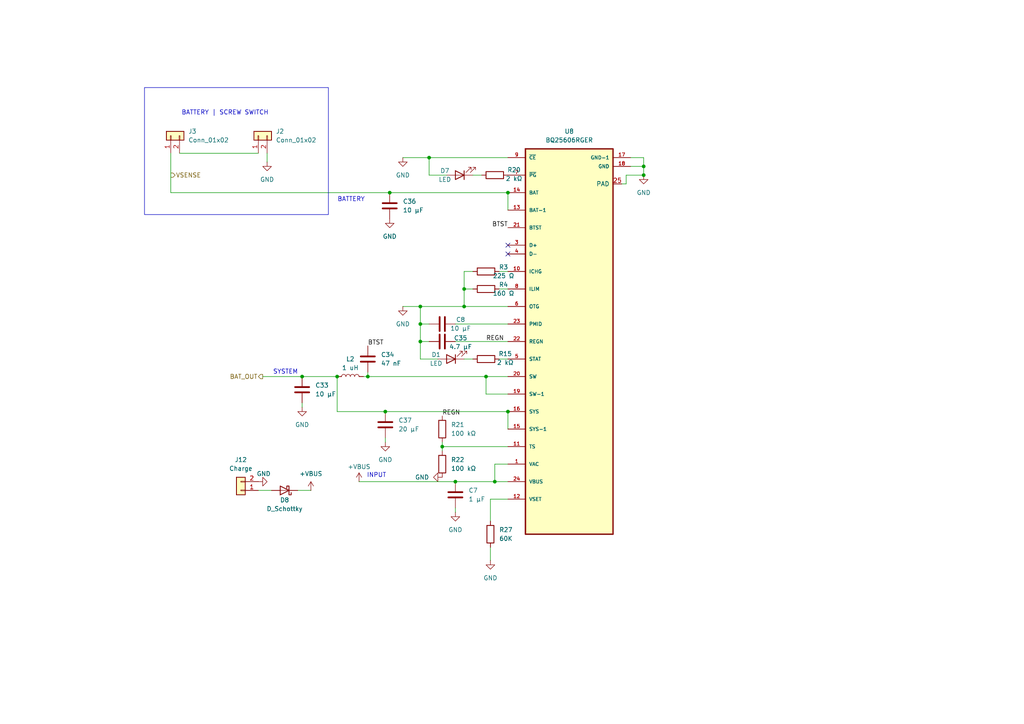
<source format=kicad_sch>
(kicad_sch (version 20250114) (generator "eeschema") (generator_version "9.0")
  (paper "A4")
  (lib_symbols
    (symbol "Connector_Generic:Conn_01x02" (pin_names (offset 1.016) (hide yes))
      (property "Reference" "J" (at 0 2.54 0))
      (property "Value" "Conn_01x02" (at 0 -5.08 0))
      (symbol "Conn_01x02_1_1"
        (rectangle (start -1.27 1.27) (end 1.27 -3.81) (stroke (width 0.254)) (fill (type background)))
        (rectangle (start -1.27 0.127) (end 0 -0.127) (stroke (width 0.1524)))
        (rectangle (start -1.27 -2.413) (end 0 -2.667) (stroke (width 0.1524)))
        (pin passive line (at -5.08 0 0) (length 3.81) (name "Pin_1") (number "1"))
        (pin passive line (at -5.08 -2.54 0) (length 3.81) (name "Pin_2") (number "2"))
      )
    )
    (symbol "Device:C" (pin_numbers (hide yes)) (pin_names (offset 0.254))
      (property "Reference" "C" (at 0.635 2.54 0))
      (property "Value" "C" (at 0.635 -2.54 0))
      (symbol "C_0_1"
        (polyline (pts (xy -2.032 0.762) (xy 2.032 0.762)) (stroke (width 0.508)))
        (polyline (pts (xy -2.032 -0.762) (xy 2.032 -0.762)) (stroke (width 0.508)))
      )
      (symbol "C_1_1"
        (pin passive line (at 0 3.81 270) (length 2.794) (name "~") (number "1"))
        (pin passive line (at 0 -3.81 90) (length 2.794) (name "~") (number "2"))
      )
    )
    (symbol "Device:D_Schottky" (pin_numbers (hide yes)) (pin_names (offset 1.016) (hide yes))
      (property "Reference" "D" (at 0 2.54 0))
      (property "Value" "D_Schottky" (at 0 -2.54 0))
      (symbol "D_Schottky_0_1"
        (polyline (pts (xy -1.905 0.635) (xy -1.905 1.27) (xy -1.27 1.27) (xy -1.27 -1.27) (xy -0.635 -1.27) (xy -0.635 -0.635)) (stroke (width 0.254)))
        (polyline (pts (xy 1.27 1.27) (xy 1.27 -1.27) (xy -1.27 0) (xy 1.27 1.27)) (stroke (width 0.254)))
        (polyline (pts (xy 1.27 0) (xy -1.27 0)))
      )
      (symbol "D_Schottky_1_1"
        (pin passive line (at -3.81 0 0) (length 2.54) (name "K") (number "1"))
        (pin passive line (at 3.81 0 180) (length 2.54) (name "A") (number "2"))
      )
    )
    (symbol "Device:L" (pin_numbers (hide yes)) (pin_names (offset 1.016) (hide yes))
      (property "Reference" "L" (at -1.27 0 90))
      (property "Value" "L" (at 1.905 0 90))
      (symbol "L_0_1"
        (arc (start 0 2.54) (mid 0.6323 1.905) (end 0 1.27))
        (arc (start 0 1.27) (mid 0.6323 0.635) (end 0 0))
        (arc (start 0 0) (mid 0.6323 -0.635) (end 0 -1.27))
        (arc (start 0 -1.27) (mid 0.6323 -1.905) (end 0 -2.54))
      )
      (symbol "L_1_1"
        (pin passive line (at 0 3.81 270) (length 1.27) (name "1") (number "1"))
        (pin passive line (at 0 -3.81 90) (length 1.27) (name "2") (number "2"))
      )
    )
    (symbol "Device:LED" (pin_numbers (hide yes)) (pin_names (offset 1.016) (hide yes))
      (property "Reference" "D" (at 0 2.54 0))
      (property "Value" "LED" (at 0 -2.54 0))
      (symbol "LED_0_1"
        (polyline (pts (xy -3.048 -0.762) (xy -4.572 -2.286) (xy -3.81 -2.286) (xy -4.572 -2.286) (xy -4.572 -1.524)))
        (polyline (pts (xy -1.778 -0.762) (xy -3.302 -2.286) (xy -2.54 -2.286) (xy -3.302 -2.286) (xy -3.302 -1.524)))
        (polyline (pts (xy -1.27 0) (xy 1.27 0)))
        (polyline (pts (xy -1.27 -1.27) (xy -1.27 1.27)) (stroke (width 0.254)))
        (polyline (pts (xy 1.27 -1.27) (xy 1.27 1.27) (xy -1.27 0) (xy 1.27 -1.27)) (stroke (width 0.254)))
      )
      (symbol "LED_1_1"
        (pin passive line (at -3.81 0 0) (length 2.54) (name "K") (number "1"))
        (pin passive line (at 3.81 0 180) (length 2.54) (name "A") (number "2"))
      )
    )
    (symbol "Device:R" (pin_numbers (hide yes)) (pin_names (offset 0))
      (property "Reference" "R" (at 2.032 0 90))
      (property "Value" "R" (at 0 0 90))
      (symbol "R_0_1"
        (rectangle (start -1.016 -2.54) (end 1.016 2.54) (stroke (width 0.254)))
      )
      (symbol "R_1_1"
        (pin passive line (at 0 3.81 270) (length 1.27) (name "~") (number "1"))
        (pin passive line (at 0 -3.81 90) (length 1.27) (name "~") (number "2"))
      )
    )
    (symbol "SRAD-Avionics:BQ25606RGER" (pin_names (offset 1.016))
      (property "Reference" "U8" (at 0 60.96 0))
      (property "Value" "BQ25606RGER" (at 0 58.42 0))
      (symbol "BQ25606RGER_0_0"
        (rectangle (start -12.7 -55.88) (end 12.7 55.88) (stroke (width 0.41)) (fill (type background)))
        (pin bidirectional line (at -17.78 53.34 0) (length 5.08) (name "~{CE}") (number "9"))
        (pin bidirectional line (at -17.78 48.26 0) (length 5.08) (name "~{PG}") (number "7"))
        (pin bidirectional line (at -17.78 43.18 0) (length 5.08) (name "BAT") (number "14"))
        (pin bidirectional line (at -17.78 38.1 0) (length 5.08) (name "BAT-1") (number "13"))
        (pin bidirectional line (at -17.78 33.02 0) (length 5.08) (name "BTST") (number "21"))
        (pin bidirectional line (at -17.78 27.94 0) (length 5.08) (name "D+") (number "3"))
        (pin bidirectional line (at -17.78 25.4 0) (length 5.08) (name "D-") (number "4"))
        (pin bidirectional line (at -17.78 20.32 0) (length 5.08) (name "ICHG") (number "10"))
        (pin bidirectional line (at -17.78 15.24 0) (length 5.08) (name "ILIM") (number "8"))
        (pin bidirectional line (at -17.78 10.16 0) (length 5.08) (name "OTG") (number "6"))
        (pin bidirectional line (at -17.78 5.08 0) (length 5.08) (name "PMID") (number "23"))
        (pin bidirectional line (at -17.78 0 0) (length 5.08) (name "REGN") (number "22"))
        (pin bidirectional line (at -17.78 -5.08 0) (length 5.08) (name "STAT") (number "5"))
        (pin bidirectional line (at -17.78 -10.16 0) (length 5.08) (name "SW") (number "20"))
        (pin bidirectional line (at -17.78 -15.24 0) (length 5.08) (name "SW-1") (number "19"))
        (pin bidirectional line (at -17.78 -20.32 0) (length 5.08) (name "SYS") (number "16"))
        (pin bidirectional line (at -17.78 -25.4 0) (length 5.08) (name "SYS-1") (number "15"))
        (pin bidirectional line (at -17.78 -30.48 0) (length 5.08) (name "TS") (number "11"))
        (pin bidirectional line (at -17.78 -35.56 0) (length 5.08) (name "VAC") (number "1"))
        (pin bidirectional line (at -17.78 -40.64 0) (length 5.08) (name "VBUS") (number "24"))
        (pin bidirectional line (at -17.78 -45.72 0) (length 5.08) (name "VSET") (number "12"))
        (pin power_in line (at 17.78 53.34 180) (length 5.08) (name "GND-1") (number "17"))
        (pin power_in line (at 17.78 50.8 180) (length 5.08) (name "GND") (number "18"))
      )
      (symbol "BQ25606RGER_1_1"
        (pin input line (at 15.24 45.72 180) (length 2.54) (name "PAD") (number "25"))
      )
    )
    (symbol "power:+5V" (power) (pin_numbers (hide yes)) (pin_names (offset 0) (hide yes))
      (property "Value" "+5V" (at 0 3.556 0))
      (symbol "+5V_0_1"
        (polyline (pts (xy -0.762 1.27) (xy 0 2.54)))
        (polyline (pts (xy 0 2.54) (xy 0.762 1.27)))
        (polyline (pts (xy 0 0) (xy 0 2.54)))
      )
      (symbol "+5V_1_1"
        (pin power_in line (at 0 0 90) (length 0) (name "~") (number "1"))
      )
    )
    (symbol "power:GND" (power) (pin_numbers (hide yes)) (pin_names (offset 0) (hide yes))
      (property "Value" "GND" (at 0 -3.81 0))
      (symbol "GND_0_1"
        (polyline (pts (xy 0 0) (xy 0 -1.27) (xy 1.27 -1.27) (xy 0 -2.54) (xy -1.27 -1.27) (xy 0 -1.27)))
      )
      (symbol "GND_1_1"
        (pin power_in line (at 0 0 270) (length 0) (name "~") (number "1"))
      )
    )
  )
  (rectangle (start 41.91 25.4) (end 95.25 62.23))
  (text "INPUT" (at 109.22 137.922 0) (effects (font (size 1.27 1.27))))
  (text "SYSTEM" (at 82.804 107.95 0) (effects (font (size 1.27 1.27))))
  (text "BATTERY" (at 101.854 57.912 0) (effects (font (size 1.27 1.27))))
  (text "BATTERY | SCREW SWITCH" (at 65.278 32.766 0) (effects (font (size 1.27 1.27))))
  (junction (at 134.62 88.9))
  (junction (at 147.32 119.38))
  (junction (at 134.62 83.82))
  (junction (at 128.27 129.54))
  (junction (at 113.03 55.88))
  (junction (at 124.46 45.72))
  (junction (at 87.63 109.22))
  (junction (at 186.69 48.26))
  (junction (at 121.92 99.06))
  (junction (at 121.92 88.9))
  (junction (at 140.97 109.22))
  (junction (at 186.69 50.8))
  (junction (at 97.79 109.22))
  (junction (at 143.51 139.7))
  (junction (at 132.08 139.7))
  (junction (at 106.68 109.22))
  (junction (at 121.92 93.98))
  (junction (at 147.32 55.88))
  (junction (at 111.76 119.38))
  (no_connect (at 147.32 73.66))
  (no_connect (at 147.32 71.12))
  (wire (pts (xy 140.97 109.22) (xy 147.32 109.22)))
  (wire (pts (xy 134.62 83.82) (xy 134.62 88.9)))
  (wire (pts (xy 143.51 139.7) (xy 147.32 139.7)))
  (wire (pts (xy 140.97 114.3) (xy 140.97 109.22)))
  (wire (pts (xy 181.61 53.34) (xy 181.61 50.8)))
  (wire (pts (xy 77.47 46.99) (xy 77.47 44.45)))
  (wire (pts (xy 121.92 99.06) (xy 124.46 99.06)))
  (wire (pts (xy 142.24 144.78) (xy 147.32 144.78)))
  (wire (pts (xy 121.92 93.98) (xy 124.46 93.98)))
  (wire (pts (xy 132.08 99.06) (xy 147.32 99.06)))
  (wire (pts (xy 147.32 60.96) (xy 147.32 55.88)))
  (wire (pts (xy 76.2 109.22) (xy 87.63 109.22)))
  (wire (pts (xy 111.76 128.27) (xy 111.76 127)))
  (wire (pts (xy 87.63 109.22) (xy 97.79 109.22)))
  (wire (pts (xy 142.24 151.13) (xy 142.24 144.78)))
  (wire (pts (xy 49.53 55.88) (xy 113.03 55.88)))
  (wire (pts (xy 86.36 142.24) (xy 90.17 142.24)))
  (wire (pts (xy 143.51 134.62) (xy 143.51 139.7)))
  (wire (pts (xy 134.62 78.74) (xy 134.62 83.82)))
  (wire (pts (xy 144.78 104.14) (xy 147.32 104.14)))
  (wire (pts (xy 104.14 139.7) (xy 132.08 139.7)))
  (wire (pts (xy 106.68 109.22) (xy 140.97 109.22)))
  (wire (pts (xy 132.08 139.7) (xy 143.51 139.7)))
  (wire (pts (xy 121.92 99.06) (xy 121.92 93.98)))
  (wire (pts (xy 121.92 104.14) (xy 127 104.14)))
  (wire (pts (xy 106.68 107.95) (xy 106.68 109.22)))
  (wire (pts (xy 97.79 119.38) (xy 97.79 109.22)))
  (wire (pts (xy 181.61 50.8) (xy 186.69 50.8)))
  (wire (pts (xy 147.32 134.62) (xy 143.51 134.62)))
  (wire (pts (xy 142.24 158.75) (xy 142.24 162.56)))
  (wire (pts (xy 134.62 104.14) (xy 137.16 104.14)))
  (wire (pts (xy 74.93 142.24) (xy 78.74 142.24)))
  (wire (pts (xy 132.08 93.98) (xy 147.32 93.98)))
  (wire (pts (xy 124.46 45.72) (xy 124.46 50.8)))
  (wire (pts (xy 49.53 44.45) (xy 49.53 55.88)))
  (wire (pts (xy 116.84 45.72) (xy 124.46 45.72)))
  (wire (pts (xy 186.69 48.26) (xy 186.69 50.8)))
  (wire (pts (xy 97.79 119.38) (xy 111.76 119.38)))
  (wire (pts (xy 128.27 129.54) (xy 128.27 128.27)))
  (wire (pts (xy 182.88 45.72) (xy 186.69 45.72)))
  (wire (pts (xy 186.69 45.72) (xy 186.69 48.26)))
  (wire (pts (xy 134.62 83.82) (xy 137.16 83.82)))
  (wire (pts (xy 113.03 55.88) (xy 147.32 55.88)))
  (wire (pts (xy 128.27 129.54) (xy 147.32 129.54)))
  (wire (pts (xy 87.63 118.11) (xy 87.63 116.84)))
  (wire (pts (xy 121.92 93.98) (xy 121.92 88.9)))
  (wire (pts (xy 134.62 88.9) (xy 147.32 88.9)))
  (wire (pts (xy 182.88 48.26) (xy 186.69 48.26)))
  (wire (pts (xy 124.46 50.8) (xy 129.54 50.8)))
  (wire (pts (xy 137.16 50.8) (xy 139.7 50.8)))
  (wire (pts (xy 180.34 53.34) (xy 181.61 53.34)))
  (wire (pts (xy 116.84 88.9) (xy 121.92 88.9)))
  (wire (pts (xy 147.32 119.38) (xy 147.32 124.46)))
  (wire (pts (xy 144.78 78.74) (xy 147.32 78.74)))
  (wire (pts (xy 121.92 88.9) (xy 134.62 88.9)))
  (wire (pts (xy 144.78 83.82) (xy 147.32 83.82)))
  (wire (pts (xy 121.92 104.14) (xy 121.92 99.06)))
  (wire (pts (xy 111.76 119.38) (xy 147.32 119.38)))
  (wire (pts (xy 134.62 78.74) (xy 137.16 78.74)))
  (wire (pts (xy 124.46 45.72) (xy 147.32 45.72)))
  (wire (pts (xy 132.08 148.59) (xy 132.08 147.32)))
  (wire (pts (xy 105.41 109.22) (xy 106.68 109.22)))
  (wire (pts (xy 147.32 114.3) (xy 140.97 114.3)))
  (wire (pts (xy 128.27 130.81) (xy 128.27 129.54)))
  (wire (pts (xy 52.07 44.45) (xy 74.93 44.45)))
  (label "BTST" (at 106.68 100.33 0))
  (label "REGN" (at 140.97 99.06 0))
  (label "BTST" (at 147.32 66.04 180))
  (label "REGN" (at 128.27 120.65 0))
  (hierarchical_label "VSENSE" (shape output) (at 49.53 50.8 0))
  (hierarchical_label "BAT_OUT" (shape output) (at 76.2 109.22 180))
  (symbol (lib_id "Device:R") (at 128.27 124.46 0) (unit 1)
    (property "Reference" "R21" (at 130.81 123.1899 0) (effects (justify left)))
    (property "Value" "100 kΩ" (at 130.81 125.7299 0) (effects (justify left)))
    (property "Footprint" "Resistor_SMD:R_0603_1608Metric_Pad0.98x0.95mm_HandSolder" (effects (hide yes)))
    (property "Description" "Resistor" (effects (hide yes)))
  )
  (symbol (lib_id "Device:D_Schottky") (at 82.55 142.24 180) (unit 1)
    (property "Reference" "D8" (at 82.55 145.034 0))
    (property "Value" "D_Schottky" (at 82.55 147.574 0))
    (property "Footprint" "Diode_SMD:D_0805_2012Metric_Pad1.15x1.40mm_HandSolder" (effects (hide yes)))
    (property "Description" "Schottky diode" (effects (hide yes)))
  )
  (symbol (lib_id "Device:R") (at 140.97 104.14 270) (unit 1)
    (property "Reference" "R15" (at 146.558 102.616 90))
    (property "Value" "2 kΩ" (at 146.558 105.156 90))
    (property "Footprint" "Resistor_SMD:R_0603_1608Metric_Pad0.98x0.95mm_HandSolder" (effects (hide yes)))
    (property "Description" "Resistor" (effects (hide yes)))
  )
  (symbol (lib_id "power:GND") (at 113.03 63.5 0) (unit 1)
    (property "Reference" "#PWR015" (effects (hide yes)))
    (property "Value" "GND" (at 113.03 68.58 0))
    (property "Description" "Power symbol creates a global label with name \"GND\" , ground" (effects (hide yes)))
  )
  (symbol (lib_id "Connector_Generic:Conn_01x02") (at 74.93 39.37 90) (unit 1)
    (property "Reference" "J2" (at 80.01 38.0999 90) (effects (justify right)))
    (property "Value" "Conn_01x02" (at 80.01 40.6399 90) (effects (justify right)))
    (property "Footprint" "Connector_JST:JST_XH_B2B-XH-A_1x02_P2.50mm_Vertical" (effects (hide yes)))
    (property "Description" "Generic connector, single row, 01x02, script generated (kicad-library-utils/schlib/autogen/connector/)" (effects (hide yes)))
  )
  (symbol (lib_id "power:+5V") (at 90.17 142.24 0) (unit 1)
    (property "Reference" "#PWR0103" (effects (hide yes)))
    (property "Value" "+VBUS" (at 90.17 137.414 0))
    (property "Description" "Power symbol creates a global label with name \"+5V\"" (effects (hide yes)))
  )
  (symbol (lib_id "SRAD-Avionics:BQ25606RGER") (at 165.1 99.06 0) (unit 1)
    (property "Reference" "U8" (at 165.1 38.1 0))
    (property "Value" "BQ25606RGER" (at 165.1 40.64 0))
    (property "Footprint" "Package_DFN_QFN:Texas_RGE0024H_VQFN-24-1EP_4x4mm_P0.5mm_EP2.7x2.7mm" (effects (hide yes)))
  )
  (symbol (lib_id "Device:R") (at 140.97 83.82 90) (unit 1)
    (property "Reference" "R4" (at 146.05 82.55 90))
    (property "Value" "160 Ω" (at 146.05 85.09 90))
    (property "Footprint" "Resistor_SMD:R_0603_1608Metric_Pad0.98x0.95mm_HandSolder" (effects (hide yes)))
    (property "Description" "Resistor" (effects (hide yes)))
  )
  (symbol (lib_id "power:GND") (at 128.27 138.43 270) (unit 1)
    (property "Reference" "#PWR0102" (effects (hide yes)))
    (property "Value" "GND" (at 124.46 138.4299 90) (effects (justify right)))
    (property "Description" "Power symbol creates a global label with name \"GND\" , ground" (effects (hide yes)))
  )
  (symbol (lib_id "Connector_Generic:Conn_01x02") (at 49.53 39.37 90) (unit 1)
    (property "Reference" "J3" (at 54.61 38.0999 90) (effects (justify right)))
    (property "Value" "Conn_01x02" (at 54.61 40.6399 90) (effects (justify right)))
    (property "Footprint" "Connector_JST:JST_XH_B2B-XH-A_1x02_P2.50mm_Vertical" (effects (hide yes)))
    (property "Description" "Generic connector, single row, 01x02, script generated (kicad-library-utils/schlib/autogen/connector/)" (effects (hide yes)))
  )
  (symbol (lib_id "Device:LED") (at 130.81 104.14 180) (unit 1)
    (property "Reference" "D1" (at 126.492 102.87 0))
    (property "Value" "LED" (at 126.492 105.41 0))
    (property "Footprint" "LED_SMD:LED_0805_2012Metric_Pad1.15x1.40mm_HandSolder" (effects (hide yes)))
    (property "Description" "Light emitting diode" (effects (hide yes)))
    (property "Sim.Pins" "1=K 2=A" (effects (hide yes)))
  )
  (symbol (lib_id "power:GND") (at 132.08 148.59 0) (unit 1)
    (property "Reference" "#PWR071" (effects (hide yes)))
    (property "Value" "GND" (at 132.08 153.67 0))
    (property "Description" "Power symbol creates a global label with name \"GND\" , ground" (effects (hide yes)))
  )
  (symbol (lib_id "power:GND") (at 111.76 128.27 0) (unit 1)
    (property "Reference" "#PWR070" (effects (hide yes)))
    (property "Value" "GND" (at 111.76 133.35 0))
    (property "Description" "Power symbol creates a global label with name \"GND\" , ground" (effects (hide yes)))
  )
  (symbol (lib_id "Device:LED") (at 133.35 50.8 180) (unit 1)
    (property "Reference" "D7" (at 129.032 49.53 0))
    (property "Value" "LED" (at 129.032 52.07 0))
    (property "Footprint" "LED_SMD:LED_0805_2012Metric_Pad1.15x1.40mm_HandSolder" (effects (hide yes)))
    (property "Description" "Light emitting diode" (effects (hide yes)))
    (property "Sim.Pins" "1=K 2=A" (effects (hide yes)))
  )
  (symbol (lib_id "power:GND") (at 77.47 46.99 0) (unit 1)
    (property "Reference" "#PWR077" (effects (hide yes)))
    (property "Value" "GND" (at 77.47 52.07 0))
    (property "Description" "Power symbol creates a global label with name \"GND\" , ground" (effects (hide yes)))
  )
  (symbol (lib_id "power:GND") (at 142.24 162.56 0) (unit 1)
    (property "Reference" "#PWR088" (effects (hide yes)))
    (property "Value" "GND" (at 142.24 167.64 0))
    (property "Description" "Power symbol creates a global label with name \"GND\" , ground" (effects (hide yes)))
  )
  (symbol (lib_id "Device:C") (at 128.27 99.06 270) (unit 1)
    (property "Reference" "C35" (at 133.604 98.044 90))
    (property "Value" "4.7 µF" (at 133.604 100.584 90))
    (property "Footprint" "Capacitor_SMD:C_0603_1608Metric_Pad1.08x0.95mm_HandSolder" (effects (hide yes)))
    (property "Description" "Unpolarized capacitor" (effects (hide yes)))
  )
  (symbol (lib_id "Device:C") (at 132.08 143.51 0) (unit 1)
    (property "Reference" "C7" (at 135.89 142.2399 0) (effects (justify left)))
    (property "Value" "1 µF" (at 135.89 144.7799 0) (effects (justify left)))
    (property "Footprint" "Capacitor_SMD:C_0603_1608Metric_Pad1.08x0.95mm_HandSolder" (effects (hide yes)))
    (property "Description" "Unpolarized capacitor" (effects (hide yes)))
  )
  (symbol (lib_id "Device:R") (at 142.24 154.94 0) (unit 1)
    (property "Reference" "R27" (at 144.78 153.6699 0) (effects (justify left)))
    (property "Value" "60K" (at 144.78 156.2099 0) (effects (justify left)))
    (property "Footprint" "Resistor_SMD:R_0603_1608Metric_Pad0.98x0.95mm_HandSolder" (effects (hide yes)))
    (property "Description" "Resistor" (effects (hide yes)))
  )
  (symbol (lib_id "power:GND") (at 74.93 139.7 90) (unit 1)
    (property "Reference" "#PWR0104" (effects (hide yes)))
    (property "Value" "GND" (at 74.422 137.414 90) (effects (justify right)))
    (property "Description" "Power symbol creates a global label with name \"GND\" , ground" (effects (hide yes)))
  )
  (symbol (lib_id "Device:R") (at 143.51 50.8 270) (unit 1)
    (property "Reference" "R20" (at 149.098 49.276 90))
    (property "Value" "2 kΩ" (at 149.098 51.816 90))
    (property "Footprint" "Resistor_SMD:R_0603_1608Metric_Pad0.98x0.95mm_HandSolder" (effects (hide yes)))
    (property "Description" "Resistor" (effects (hide yes)))
  )
  (symbol (lib_id "Device:C") (at 87.63 113.03 0) (unit 1)
    (property "Reference" "C33" (at 91.44 111.7599 0) (effects (justify left)))
    (property "Value" "10 µF" (at 91.44 114.2999 0) (effects (justify left)))
    (property "Footprint" "Capacitor_SMD:C_0603_1608Metric_Pad1.08x0.95mm_HandSolder" (effects (hide yes)))
    (property "Description" "Unpolarized capacitor" (effects (hide yes)))
  )
  (symbol (lib_id "Device:C") (at 128.27 93.98 90) (unit 1)
    (property "Reference" "C8" (at 133.604 92.71 90))
    (property "Value" "10 µF" (at 133.604 95.25 90))
    (property "Footprint" "Capacitor_SMD:C_0603_1608Metric_Pad1.08x0.95mm_HandSolder" (effects (hide yes)))
    (property "Description" "Unpolarized capacitor" (effects (hide yes)))
  )
  (symbol (lib_id "Device:C") (at 113.03 59.69 0) (unit 1)
    (property "Reference" "C36" (at 116.84 58.4199 0) (effects (justify left)))
    (property "Value" "10 µF" (at 116.84 60.9599 0) (effects (justify left)))
    (property "Footprint" "Capacitor_SMD:C_0603_1608Metric_Pad1.08x0.95mm_HandSolder" (effects (hide yes)))
    (property "Description" "Unpolarized capacitor" (effects (hide yes)))
  )
  (symbol (lib_id "Device:R") (at 140.97 78.74 90) (unit 1)
    (property "Reference" "R3" (at 146.05 77.47 90))
    (property "Value" "225 Ω" (at 146.05 80.01 90))
    (property "Footprint" "Resistor_SMD:R_0603_1608Metric_Pad0.98x0.95mm_HandSolder" (effects (hide yes)))
    (property "Description" "Resistor" (effects (hide yes)))
  )
  (symbol (lib_id "power:GND") (at 116.84 88.9 0) (unit 1)
    (property "Reference" "#PWR013" (effects (hide yes)))
    (property "Value" "GND" (at 116.84 93.98 0))
    (property "Description" "Power symbol creates a global label with name \"GND\" , ground" (effects (hide yes)))
  )
  (symbol (lib_id "power:+5V") (at 104.14 139.7 0) (unit 1)
    (property "Reference" "#PWR076" (effects (hide yes)))
    (property "Value" "+VBUS" (at 104.14 135.382 0))
    (property "Description" "Power symbol creates a global label with name \"+5V\"" (effects (hide yes)))
  )
  (symbol (lib_id "Device:L") (at 101.6 109.22 90) (unit 1)
    (property "Reference" "L2" (at 101.6 104.14 90))
    (property "Value" "1 uH" (at 101.6 106.68 90))
    (property "Footprint" "Inductor_SMD:L_TDK_VLS6045EX_VLS6045AF" (effects (hide yes)))
    (property "Description" "Inductor" (effects (hide yes)))
  )
  (symbol (lib_id "Device:C") (at 106.68 104.14 0) (unit 1)
    (property "Reference" "C34" (at 110.49 102.8699 0) (effects (justify left)))
    (property "Value" "47 nF" (at 110.49 105.4099 0) (effects (justify left)))
    (property "Footprint" "Capacitor_SMD:C_0603_1608Metric_Pad1.08x0.95mm_HandSolder" (effects (hide yes)))
    (property "Description" "Unpolarized capacitor" (effects (hide yes)))
  )
  (symbol (lib_id "power:GND") (at 87.63 118.11 0) (unit 1)
    (property "Reference" "#PWR011" (effects (hide yes)))
    (property "Value" "GND" (at 87.63 123.19 0))
    (property "Description" "Power symbol creates a global label with name \"GND\" , ground" (effects (hide yes)))
  )
  (symbol (lib_id "power:GND") (at 116.84 45.72 0) (unit 1)
    (property "Reference" "#PWR063" (effects (hide yes)))
    (property "Value" "GND" (at 116.84 50.8 0))
    (property "Description" "Power symbol creates a global label with name \"GND\" , ground" (effects (hide yes)))
  )
  (symbol (lib_id "Connector_Generic:Conn_01x02") (at 69.85 142.24 180) (unit 1)
    (property "Reference" "J12" (at 69.85 133.35 0))
    (property "Value" "Charge" (at 69.85 135.89 0))
    (property "Footprint" "Connector_JST:JST_XH_B2B-XH-A_1x02_P2.50mm_Vertical" (effects (hide yes)))
    (property "Description" "Generic connector, single row, 01x02, script generated (kicad-library-utils/schlib/autogen/connector/)" (effects (hide yes)))
  )
  (symbol (lib_id "Device:C") (at 111.76 123.19 0) (unit 1)
    (property "Reference" "C37" (at 115.57 121.9199 0) (effects (justify left)))
    (property "Value" "20 µF" (at 115.57 124.4599 0) (effects (justify left)))
    (property "Footprint" "Capacitor_SMD:C_1206_3216Metric_Pad1.33x1.80mm_HandSolder" (effects (hide yes)))
    (property "Description" "Unpolarized capacitor" (effects (hide yes)))
  )
  (symbol (lib_id "power:GND") (at 186.69 50.8 0) (unit 1)
    (property "Reference" "#PWR014" (effects (hide yes)))
    (property "Value" "GND" (at 186.69 55.88 0))
    (property "Description" "Power symbol creates a global label with name \"GND\" , ground" (effects (hide yes)))
  )
  (symbol (lib_id "Device:R") (at 128.27 134.62 0) (unit 1)
    (property "Reference" "R22" (at 130.81 133.3499 0) (effects (justify left)))
    (property "Value" "100 kΩ" (at 130.81 135.8899 0) (effects (justify left)))
    (property "Footprint" "Resistor_SMD:R_0603_1608Metric_Pad0.98x0.95mm_HandSolder" (effects (hide yes)))
    (property "Description" "Resistor" (effects (hide yes)))
  )
)
</source>
